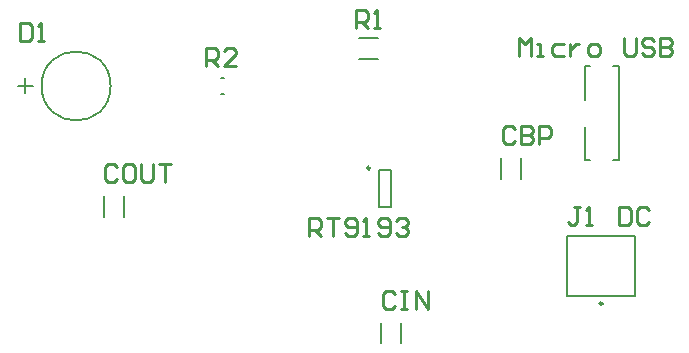
<source format=gto>
G04*
G04 #@! TF.GenerationSoftware,Altium Limited,Altium Designer,20.0.2 (26)*
G04*
G04 Layer_Color=65535*
%FSLAX25Y25*%
%MOIN*%
G70*
G01*
G75*
%ADD10C,0.00984*%
%ADD11C,0.00787*%
%ADD12C,0.01000*%
D10*
X342992Y380138D02*
G03*
X342992Y380138I-492J0D01*
G01*
X420492Y334941D02*
G03*
X420492Y334941I-492J0D01*
G01*
D11*
X256506Y407500D02*
G03*
X256506Y407500I-11506J0D01*
G01*
X349882Y367244D02*
Y379449D01*
X345945Y367244D02*
Y379449D01*
Y367244D02*
X349882D01*
X345945Y379449D02*
X349882D01*
X408583Y357500D02*
X431417D01*
Y337500D02*
Y357500D01*
X408583Y337500D02*
Y357500D01*
Y337500D02*
X431417D01*
X293346Y404744D02*
X294331D01*
X293346Y410256D02*
X294331D01*
X339350Y416457D02*
X345650D01*
X339350Y423543D02*
X345650D01*
X260858Y363938D02*
Y370828D01*
X254154Y363917D02*
Y370807D01*
X228000Y405000D02*
Y410000D01*
X225500Y407500D02*
X230500D01*
X414488Y382676D02*
Y393897D01*
Y402952D02*
Y414172D01*
Y382676D02*
X416457D01*
X423937D02*
X425905D01*
X423937Y414172D02*
X425905D01*
X414488D02*
X416457D01*
X425905Y382676D02*
Y414172D01*
X386642Y376534D02*
Y383424D01*
X393346Y376555D02*
Y383445D01*
X353358Y321714D02*
Y328604D01*
X346654Y321693D02*
Y328583D01*
D12*
X322500Y357500D02*
Y363498D01*
X325499D01*
X326499Y362498D01*
Y360499D01*
X325499Y359499D01*
X322500D01*
X324499D02*
X326499Y357500D01*
X328498Y363498D02*
X332497D01*
X330497D01*
Y357500D01*
X334496Y358500D02*
X335496Y357500D01*
X337495D01*
X338495Y358500D01*
Y362498D01*
X337495Y363498D01*
X335496D01*
X334496Y362498D01*
Y361499D01*
X335496Y360499D01*
X338495D01*
X340494Y357500D02*
X342494D01*
X341494D01*
Y363498D01*
X340494Y362498D01*
X345493Y358500D02*
X346492Y357500D01*
X348492D01*
X349491Y358500D01*
Y362498D01*
X348492Y363498D01*
X346492D01*
X345493Y362498D01*
Y361499D01*
X346492Y360499D01*
X349491D01*
X351491Y362498D02*
X352490Y363498D01*
X354490D01*
X355489Y362498D01*
Y361499D01*
X354490Y360499D01*
X353490D01*
X354490D01*
X355489Y359499D01*
Y358500D01*
X354490Y357500D01*
X352490D01*
X351491Y358500D01*
X413099Y366998D02*
X411099D01*
X412099D01*
Y362000D01*
X411099Y361000D01*
X410100D01*
X409100Y362000D01*
X415098Y361000D02*
X417097D01*
X416098D01*
Y366998D01*
X415098Y365998D01*
X426094Y366998D02*
Y361000D01*
X429094D01*
X430093Y362000D01*
Y365998D01*
X429094Y366998D01*
X426094D01*
X436091Y365998D02*
X435092Y366998D01*
X433092D01*
X432093Y365998D01*
Y362000D01*
X433092Y361000D01*
X435092D01*
X436091Y362000D01*
X288389Y414150D02*
Y420148D01*
X291388D01*
X292387Y419148D01*
Y417149D01*
X291388Y416149D01*
X288389D01*
X290388D02*
X292387Y414150D01*
X298385D02*
X294387D01*
X298385Y418149D01*
Y419148D01*
X297386Y420148D01*
X295386D01*
X294387Y419148D01*
X338250Y426950D02*
Y432948D01*
X341249D01*
X342249Y431948D01*
Y429949D01*
X341249Y428949D01*
X338250D01*
X340249D02*
X342249Y426950D01*
X344248D02*
X346247D01*
X345248D01*
Y432948D01*
X344248Y431948D01*
X258749Y380511D02*
X257749Y381510D01*
X255750D01*
X254750Y380511D01*
Y376512D01*
X255750Y375512D01*
X257749D01*
X258749Y376512D01*
X263747Y381510D02*
X261748D01*
X260748Y380511D01*
Y376512D01*
X261748Y375512D01*
X263747D01*
X264747Y376512D01*
Y380511D01*
X263747Y381510D01*
X266746D02*
Y376512D01*
X267746Y375512D01*
X269745D01*
X270745Y376512D01*
Y381510D01*
X272744D02*
X276743D01*
X274744D01*
Y375512D01*
X226150Y428448D02*
Y422450D01*
X229149D01*
X230149Y423450D01*
Y427448D01*
X229149Y428448D01*
X226150D01*
X232148Y422450D02*
X234147D01*
X233148D01*
Y428448D01*
X232148Y427448D01*
X392500Y417500D02*
Y423498D01*
X394499Y421499D01*
X396499Y423498D01*
Y417500D01*
X398498D02*
X400497D01*
X399498D01*
Y421499D01*
X398498D01*
X407495D02*
X404496D01*
X403496Y420499D01*
Y418500D01*
X404496Y417500D01*
X407495D01*
X409494Y421499D02*
Y417500D01*
Y419499D01*
X410494Y420499D01*
X411494Y421499D01*
X412494D01*
X416492Y417500D02*
X418492D01*
X419491Y418500D01*
Y420499D01*
X418492Y421499D01*
X416492D01*
X415493Y420499D01*
Y418500D01*
X416492Y417500D01*
X427489Y423498D02*
Y418500D01*
X428488Y417500D01*
X430488D01*
X431487Y418500D01*
Y423498D01*
X437486Y422498D02*
X436486Y423498D01*
X434486D01*
X433487Y422498D01*
Y421499D01*
X434486Y420499D01*
X436486D01*
X437486Y419499D01*
Y418500D01*
X436486Y417500D01*
X434486D01*
X433487Y418500D01*
X439485Y423498D02*
Y417500D01*
X442484D01*
X443483Y418500D01*
Y419499D01*
X442484Y420499D01*
X439485D01*
X442484D01*
X443483Y421499D01*
Y422498D01*
X442484Y423498D01*
X439485D01*
X391261Y393136D02*
X390261Y394136D01*
X388262D01*
X387262Y393136D01*
Y389138D01*
X388262Y388138D01*
X390261D01*
X391261Y389138D01*
X393260Y394136D02*
Y388138D01*
X396259D01*
X397259Y389138D01*
Y390137D01*
X396259Y391137D01*
X393260D01*
X396259D01*
X397259Y392137D01*
Y393136D01*
X396259Y394136D01*
X393260D01*
X399258Y388138D02*
Y394136D01*
X402257D01*
X403257Y393136D01*
Y391137D01*
X402257Y390137D01*
X399258D01*
X351237Y338298D02*
X350237Y339298D01*
X348237D01*
X347238Y338298D01*
Y334300D01*
X348237Y333300D01*
X350237D01*
X351237Y334300D01*
X353236Y339298D02*
X355235D01*
X354236D01*
Y333300D01*
X353236D01*
X355235D01*
X358234D02*
Y339298D01*
X362233Y333300D01*
Y339298D01*
M02*

</source>
